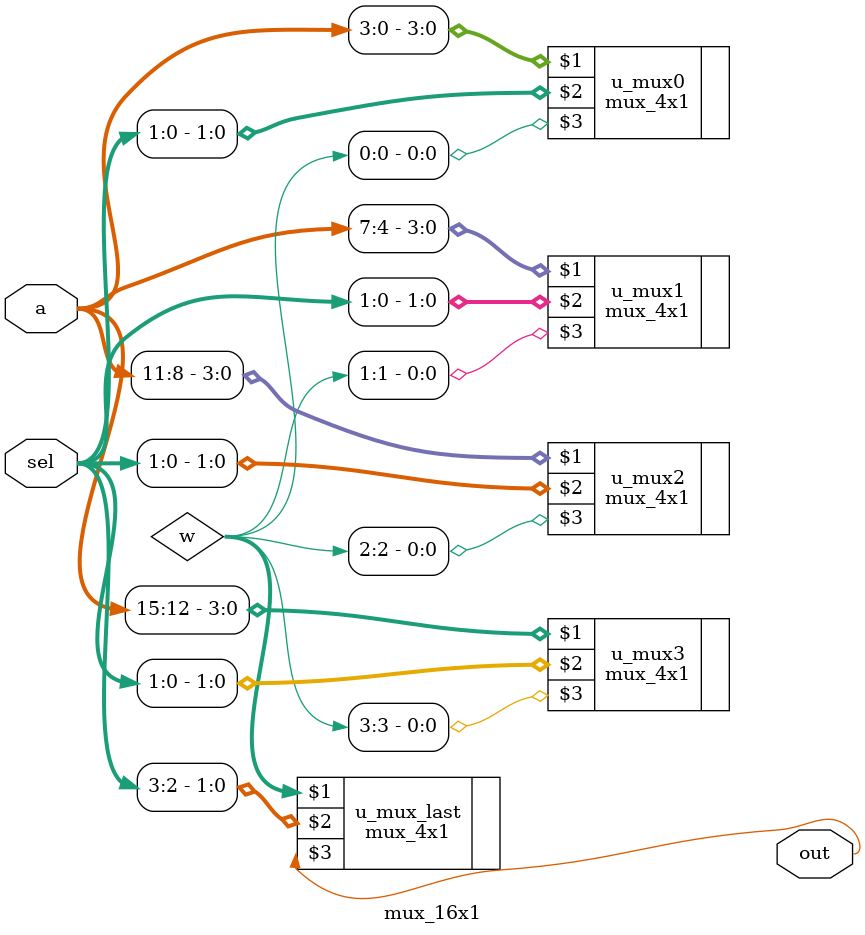
<source format=v>
module mux_16x1 (
   input [15:0] a,
   input [3:0] sel,
   output out
);

    wire [3:0] w;

	mux_4x1 u_mux0 (a[3:0],sel[1:0],w[0]);
	mux_4x1 u_mux1 (a[7:4],sel[1:0],w[1]);
	mux_4x1 u_mux2 (a[11:8],sel[1:0],w[2]);
	mux_4x1 u_mux3 (a[15:12],sel[1:0],w[3]);

	mux_4x1 u_mux_last (w[3:0],sel[3:2],out);	

endmodule


</source>
